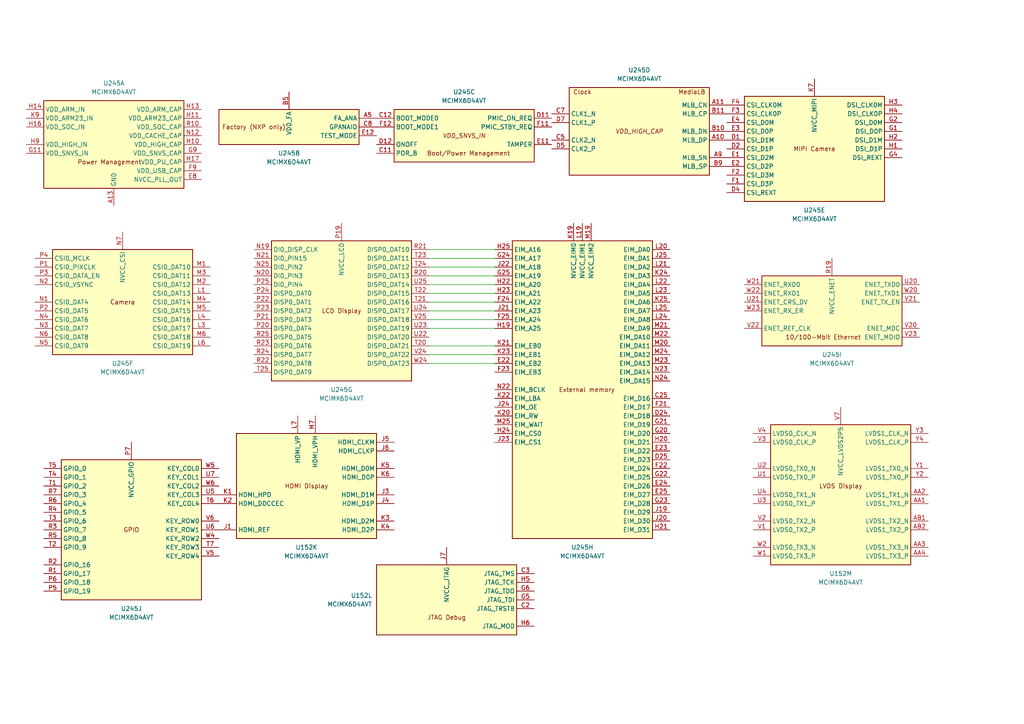
<source format=kicad_sch>
(kicad_sch (version 20250114) (generator "eeschema") (generator_version "9.0")
  (paper "A4")
  (wire (pts (xy 143.51 87.63) (xy 124.46 87.63)))
  (wire (pts (xy 143.51 92.71) (xy 124.46 92.71)))
  (wire (pts (xy 143.51 90.17) (xy 124.46 90.17)))
  (wire (pts (xy 143.51 80.01) (xy 124.46 80.01)))
  (wire (pts (xy 143.51 74.93) (xy 124.46 74.93)))
  (wire (pts (xy 143.51 82.55) (xy 124.46 82.55)))
  (wire (pts (xy 143.51 85.09) (xy 124.46 85.09)))
  (wire (pts (xy 143.51 77.47) (xy 124.46 77.47)))
  (wire (pts (xy 143.51 95.25) (xy 124.46 95.25)))
  (wire (pts (xy 143.51 100.33) (xy 124.46 100.33)))
  (wire (pts (xy 143.51 72.39) (xy 124.46 72.39)))
  (wire (pts (xy 143.51 105.41) (xy 124.46 105.41)))
  (wire (pts (xy 143.51 102.87) (xy 124.46 102.87)))
  (symbol (lib_id "CPU_NXP_IMX:MCIMX6D4AVT") (at 33.02 41.91 0) (unit 1)
    (property "Reference" "U245" (at 33.02 24.13 0))
    (property "Value" "MCIMX6D4AVT" (at 33.02 26.67 0))
    (property "Footprint" "Package_BGA:BGA-624_21x21mm_Layout25x25_P0.8mm" (effects (hide yes)))
    (property "Datasheet" "https://www.nxp.com/docs/en/data-sheet/IMX6DQAEC.pdf" (effects (hide yes)))
    (property "Description" "i.MX 6Dual Automotive and Infotainment Application Processor, BGA-624" (effects (hide yes)))
  )
  (symbol (lib_id "CPU_NXP_IMX:MCIMX6D4AVT") (at 83.82 36.83 0) (unit 2)
    (property "Reference" "U245" (at 83.82 44.45 0))
    (property "Value" "MCIMX6D4AVT" (at 83.82 46.99 0))
    (property "Footprint" "Package_BGA:BGA-624_21x21mm_Layout25x25_P0.8mm" (effects (hide yes)))
    (property "Datasheet" "https://www.nxp.com/docs/en/data-sheet/IMX6DQAEC.pdf" (effects (hide yes)))
    (property "Description" "i.MX 6Dual Automotive and Infotainment Application Processor, BGA-624" (effects (hide yes)))
  )
  (symbol (lib_id "CPU_NXP_IMX:MCIMX6D4AVT") (at 38.1 153.67 0) (unit 10)
    (property "Reference" "U245" (at 38.1 176.53 0))
    (property "Value" "MCIMX6D4AVT" (at 38.1 179.07 0))
    (property "Footprint" "Package_BGA:BGA-624_21x21mm_Layout25x25_P0.8mm" (effects (hide yes)))
    (property "Datasheet" "https://www.nxp.com/docs/en/data-sheet/IMX6DQAEC.pdf" (effects (hide yes)))
    (property "Description" "i.MX 6Dual Automotive and Infotainment Application Processor, BGA-624" (effects (hide yes)))
  )
  (symbol (lib_id "CPU_NXP_IMX:MCIMX6D4AVT") (at 99.06 90.17 0) (unit 7)
    (property "Reference" "U245" (at 99.06 113.03 0))
    (property "Value" "MCIMX6D4AVT" (at 99.06 115.57 0))
    (property "Footprint" "Package_BGA:BGA-624_21x21mm_Layout25x25_P0.8mm" (effects (hide yes)))
    (property "Datasheet" "https://www.nxp.com/docs/en/data-sheet/IMX6DQAEC.pdf" (effects (hide yes)))
    (property "Description" "i.MX 6Dual Automotive and Infotainment Application Processor, BGA-624" (effects (hide yes)))
  )
  (symbol (lib_id "CPU_NXP_IMX:MCIMX6D4AVT") (at 35.56 87.63 0) (unit 6)
    (property "Reference" "U245" (at 35.56 105.41 0))
    (property "Value" "MCIMX6D4AVT" (at 35.56 107.95 0))
    (property "Footprint" "Package_BGA:BGA-624_21x21mm_Layout25x25_P0.8mm" (effects (hide yes)))
    (property "Datasheet" "https://www.nxp.com/docs/en/data-sheet/IMX6DQAEC.pdf" (effects (hide yes)))
    (property "Description" "i.MX 6Dual Automotive and Infotainment Application Processor, BGA-624" (effects (hide yes)))
  )
  (symbol (lib_id "CPU_NXP_IMX:MCIMX6D4AVT") (at 236.22 43.18 0) (unit 5)
    (property "Reference" "U245" (at 236.22 60.96 0))
    (property "Value" "MCIMX6D4AVT" (at 236.22 63.5 0))
    (property "Footprint" "Package_BGA:BGA-624_21x21mm_Layout25x25_P0.8mm" (effects (hide yes)))
    (property "Datasheet" "https://www.nxp.com/docs/en/data-sheet/IMX6DQAEC.pdf" (effects (hide yes)))
    (property "Description" "i.MX 6Dual Automotive and Infotainment Application Processor, BGA-624" (effects (hide yes)))
  )
  (symbol (lib_id "CPU_NXP_IMX:MCIMX6D4AVT") (at 134.62 39.37 0) (unit 3)
    (property "Reference" "U245" (at 134.62 26.67 0))
    (property "Value" "MCIMX6D4AVT" (at 134.62 29.21 0))
    (property "Footprint" "Package_BGA:BGA-624_21x21mm_Layout25x25_P0.8mm" (effects (hide yes)))
    (property "Datasheet" "https://www.nxp.com/docs/en/data-sheet/IMX6DQAEC.pdf" (effects (hide yes)))
    (property "Description" "i.MX 6Dual Automotive and Infotainment Application Processor, BGA-624" (effects (hide yes)))
  )
  (symbol (lib_id "CPU_NXP_IMX:MCIMX6D4AVT") (at 168.91 113.03 0) (unit 8)
    (property "Reference" "U245" (at 168.91 158.75 0))
    (property "Value" "MCIMX6D4AVT" (at 168.91 161.29 0))
    (property "Footprint" "Package_BGA:BGA-624_21x21mm_Layout25x25_P0.8mm" (effects (hide yes)))
    (property "Datasheet" "https://www.nxp.com/docs/en/data-sheet/IMX6DQAEC.pdf" (effects (hide yes)))
    (property "Description" "i.MX 6Dual Automotive and Infotainment Application Processor, BGA-624" (effects (hide yes)))
  )
  (symbol (lib_id "CPU_NXP_IMX:MCIMX6D4AVT") (at 243.84 143.51 0) (unit 13)
    (property "Reference" "U152" (at 243.84 166.37 0))
    (property "Value" "MCIMX6D4AVT" (at 243.84 168.91 0))
    (property "Footprint" "Package_BGA:BGA-624_21x21mm_Layout25x25_P0.8mm" (effects (hide yes)))
    (property "Datasheet" "https://www.nxp.com/docs/en/data-sheet/IMX6DQAEC.pdf" (effects (hide yes)))
    (property "Description" "i.MX 6Dual Automotive and Infotainment Application Processor, BGA-624" (effects (hide yes)))
  )
  (symbol (lib_id "CPU_NXP_IMX:MCIMX6D4AVT") (at 88.9 140.97 0) (unit 11)
    (property "Reference" "U152" (at 88.9 158.75 0))
    (property "Value" "MCIMX6D4AVT" (at 88.9 161.29 0))
    (property "Footprint" "Package_BGA:BGA-624_21x21mm_Layout25x25_P0.8mm" (effects (hide yes)))
    (property "Datasheet" "https://www.nxp.com/docs/en/data-sheet/IMX6DQAEC.pdf" (effects (hide yes)))
    (property "Description" "i.MX 6Dual Automotive and Infotainment Application Processor, BGA-624" (effects (hide yes)))
  )
  (symbol (lib_id "CPU_NXP_IMX:MCIMX6D4AVT") (at 129.54 173.99 0) (unit 12)
    (property "Reference" "U152" (at 107.95 172.7199 0) (effects (justify right)))
    (property "Value" "MCIMX6D4AVT" (at 107.95 175.2599 0) (effects (justify right)))
    (property "Footprint" "Package_BGA:BGA-624_21x21mm_Layout25x25_P0.8mm" (effects (hide yes)))
    (property "Datasheet" "https://www.nxp.com/docs/en/data-sheet/IMX6DQAEC.pdf" (effects (hide yes)))
    (property "Description" "i.MX 6Dual Automotive and Infotainment Application Processor, BGA-624" (effects (hide yes)))
  )
  (symbol (lib_id "CPU_NXP_IMX:MCIMX6D4AVT") (at 185.42 38.1 0) (unit 4)
    (property "Reference" "U245" (at 185.42 20.32 0))
    (property "Value" "MCIMX6D4AVT" (at 185.42 22.86 0))
    (property "Footprint" "Package_BGA:BGA-624_21x21mm_Layout25x25_P0.8mm" (effects (hide yes)))
    (property "Datasheet" "https://www.nxp.com/docs/en/data-sheet/IMX6DQAEC.pdf" (effects (hide yes)))
    (property "Description" "i.MX 6Dual Automotive and Infotainment Application Processor, BGA-624" (effects (hide yes)))
  )
  (symbol (lib_id "CPU_NXP_IMX:MCIMX6D4AVT") (at 241.3 90.17 0) (unit 9)
    (property "Reference" "U245" (at 241.3 102.87 0))
    (property "Value" "MCIMX6D4AVT" (at 241.3 105.41 0))
    (property "Footprint" "Package_BGA:BGA-624_21x21mm_Layout25x25_P0.8mm" (effects (hide yes)))
    (property "Datasheet" "https://www.nxp.com/docs/en/data-sheet/IMX6DQAEC.pdf" (effects (hide yes)))
    (property "Description" "i.MX 6Dual Automotive and Infotainment Application Processor, BGA-624" (effects (hide yes)))
  )
)
</source>
